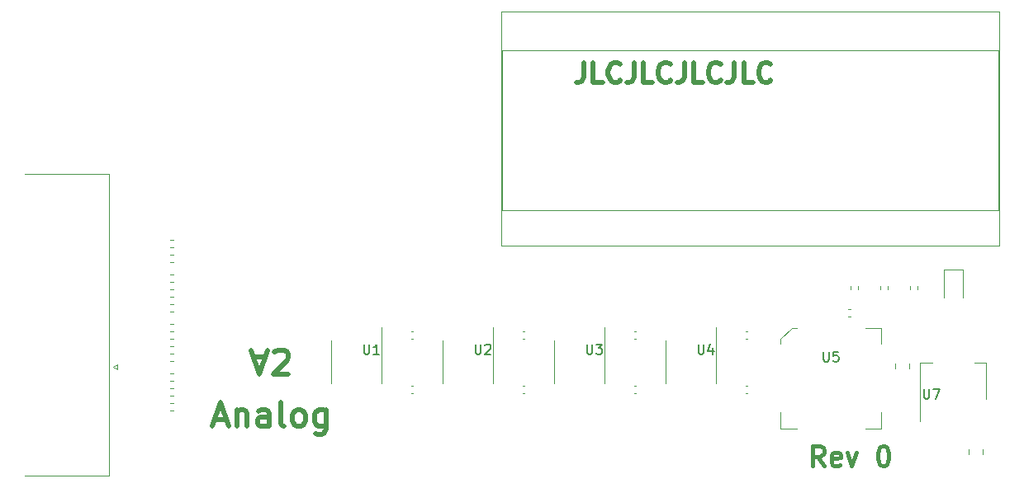
<source format=gto>
%TF.GenerationSoftware,KiCad,Pcbnew,(5.1.10)-1*%
%TF.CreationDate,2022-11-27T19:39:58-05:00*%
%TF.ProjectId,AppleII-Pico,4170706c-6549-4492-9d50-69636f2e6b69,rev?*%
%TF.SameCoordinates,Original*%
%TF.FileFunction,Legend,Top*%
%TF.FilePolarity,Positive*%
%FSLAX46Y46*%
G04 Gerber Fmt 4.6, Leading zero omitted, Abs format (unit mm)*
G04 Created by KiCad (PCBNEW (5.1.10)-1) date 2022-11-27 19:39:58*
%MOMM*%
%LPD*%
G01*
G04 APERTURE LIST*
%ADD10C,0.400000*%
%ADD11C,0.500000*%
%ADD12C,0.120000*%
%ADD13C,0.100000*%
%ADD14C,0.150000*%
G04 APERTURE END LIST*
D10*
X165519314Y-124508961D02*
X164852647Y-123556580D01*
X164376457Y-124508961D02*
X164376457Y-122508961D01*
X165138361Y-122508961D01*
X165328838Y-122604200D01*
X165424076Y-122699438D01*
X165519314Y-122889914D01*
X165519314Y-123175628D01*
X165424076Y-123366104D01*
X165328838Y-123461342D01*
X165138361Y-123556580D01*
X164376457Y-123556580D01*
X167138361Y-124413723D02*
X166947885Y-124508961D01*
X166566933Y-124508961D01*
X166376457Y-124413723D01*
X166281219Y-124223247D01*
X166281219Y-123461342D01*
X166376457Y-123270866D01*
X166566933Y-123175628D01*
X166947885Y-123175628D01*
X167138361Y-123270866D01*
X167233600Y-123461342D01*
X167233600Y-123651819D01*
X166281219Y-123842295D01*
X167900266Y-123175628D02*
X168376457Y-124508961D01*
X168852647Y-123175628D01*
X171519314Y-122508961D02*
X171709790Y-122508961D01*
X171900266Y-122604200D01*
X171995504Y-122699438D01*
X172090742Y-122889914D01*
X172185980Y-123270866D01*
X172185980Y-123747057D01*
X172090742Y-124128009D01*
X171995504Y-124318485D01*
X171900266Y-124413723D01*
X171709790Y-124508961D01*
X171519314Y-124508961D01*
X171328838Y-124413723D01*
X171233600Y-124318485D01*
X171138361Y-124128009D01*
X171043123Y-123747057D01*
X171043123Y-123270866D01*
X171138361Y-122889914D01*
X171233600Y-122699438D01*
X171328838Y-122604200D01*
X171519314Y-122508961D01*
D11*
X103049190Y-119753666D02*
X104239666Y-119753666D01*
X102811095Y-120467952D02*
X103644428Y-117967952D01*
X104477761Y-120467952D01*
X105311095Y-118801285D02*
X105311095Y-120467952D01*
X105311095Y-119039380D02*
X105430142Y-118920333D01*
X105668238Y-118801285D01*
X106025380Y-118801285D01*
X106263476Y-118920333D01*
X106382523Y-119158428D01*
X106382523Y-120467952D01*
X108644428Y-120467952D02*
X108644428Y-119158428D01*
X108525380Y-118920333D01*
X108287285Y-118801285D01*
X107811095Y-118801285D01*
X107573000Y-118920333D01*
X108644428Y-120348904D02*
X108406333Y-120467952D01*
X107811095Y-120467952D01*
X107573000Y-120348904D01*
X107453952Y-120110809D01*
X107453952Y-119872714D01*
X107573000Y-119634619D01*
X107811095Y-119515571D01*
X108406333Y-119515571D01*
X108644428Y-119396523D01*
X110192047Y-120467952D02*
X109953952Y-120348904D01*
X109834904Y-120110809D01*
X109834904Y-117967952D01*
X111501571Y-120467952D02*
X111263476Y-120348904D01*
X111144428Y-120229857D01*
X111025380Y-119991761D01*
X111025380Y-119277476D01*
X111144428Y-119039380D01*
X111263476Y-118920333D01*
X111501571Y-118801285D01*
X111858714Y-118801285D01*
X112096809Y-118920333D01*
X112215857Y-119039380D01*
X112334904Y-119277476D01*
X112334904Y-119991761D01*
X112215857Y-120229857D01*
X112096809Y-120348904D01*
X111858714Y-120467952D01*
X111501571Y-120467952D01*
X114477761Y-118801285D02*
X114477761Y-120825095D01*
X114358714Y-121063190D01*
X114239666Y-121182238D01*
X114001571Y-121301285D01*
X113644428Y-121301285D01*
X113406333Y-121182238D01*
X114477761Y-120348904D02*
X114239666Y-120467952D01*
X113763476Y-120467952D01*
X113525380Y-120348904D01*
X113406333Y-120229857D01*
X113287285Y-119991761D01*
X113287285Y-119277476D01*
X113406333Y-119039380D01*
X113525380Y-118920333D01*
X113763476Y-118801285D01*
X114239666Y-118801285D01*
X114477761Y-118920333D01*
X140923404Y-83126261D02*
X140923404Y-84554833D01*
X140828166Y-84840547D01*
X140637690Y-85031023D01*
X140351976Y-85126261D01*
X140161500Y-85126261D01*
X142828166Y-85126261D02*
X141875785Y-85126261D01*
X141875785Y-83126261D01*
X144637690Y-84935785D02*
X144542452Y-85031023D01*
X144256738Y-85126261D01*
X144066261Y-85126261D01*
X143780547Y-85031023D01*
X143590071Y-84840547D01*
X143494833Y-84650071D01*
X143399595Y-84269119D01*
X143399595Y-83983404D01*
X143494833Y-83602452D01*
X143590071Y-83411976D01*
X143780547Y-83221500D01*
X144066261Y-83126261D01*
X144256738Y-83126261D01*
X144542452Y-83221500D01*
X144637690Y-83316738D01*
X146066261Y-83126261D02*
X146066261Y-84554833D01*
X145971023Y-84840547D01*
X145780547Y-85031023D01*
X145494833Y-85126261D01*
X145304357Y-85126261D01*
X147971023Y-85126261D02*
X147018642Y-85126261D01*
X147018642Y-83126261D01*
X149780547Y-84935785D02*
X149685309Y-85031023D01*
X149399595Y-85126261D01*
X149209119Y-85126261D01*
X148923404Y-85031023D01*
X148732928Y-84840547D01*
X148637690Y-84650071D01*
X148542452Y-84269119D01*
X148542452Y-83983404D01*
X148637690Y-83602452D01*
X148732928Y-83411976D01*
X148923404Y-83221500D01*
X149209119Y-83126261D01*
X149399595Y-83126261D01*
X149685309Y-83221500D01*
X149780547Y-83316738D01*
X151209119Y-83126261D02*
X151209119Y-84554833D01*
X151113880Y-84840547D01*
X150923404Y-85031023D01*
X150637690Y-85126261D01*
X150447214Y-85126261D01*
X153113880Y-85126261D02*
X152161500Y-85126261D01*
X152161500Y-83126261D01*
X154923404Y-84935785D02*
X154828166Y-85031023D01*
X154542452Y-85126261D01*
X154351976Y-85126261D01*
X154066261Y-85031023D01*
X153875785Y-84840547D01*
X153780547Y-84650071D01*
X153685309Y-84269119D01*
X153685309Y-83983404D01*
X153780547Y-83602452D01*
X153875785Y-83411976D01*
X154066261Y-83221500D01*
X154351976Y-83126261D01*
X154542452Y-83126261D01*
X154828166Y-83221500D01*
X154923404Y-83316738D01*
X156351976Y-83126261D02*
X156351976Y-84554833D01*
X156256738Y-84840547D01*
X156066261Y-85031023D01*
X155780547Y-85126261D01*
X155590071Y-85126261D01*
X158256738Y-85126261D02*
X157304357Y-85126261D01*
X157304357Y-83126261D01*
X160066261Y-84935785D02*
X159971023Y-85031023D01*
X159685309Y-85126261D01*
X159494833Y-85126261D01*
X159209119Y-85031023D01*
X159018642Y-84840547D01*
X158923404Y-84650071D01*
X158828166Y-84269119D01*
X158828166Y-83983404D01*
X158923404Y-83602452D01*
X159018642Y-83411976D01*
X159209119Y-83221500D01*
X159494833Y-83126261D01*
X159685309Y-83126261D01*
X159971023Y-83221500D01*
X160066261Y-83316738D01*
X108188000Y-113368000D02*
X107045000Y-113368000D01*
X106799190Y-112633952D02*
X107632523Y-115133952D01*
X108465857Y-112633952D01*
X109180142Y-112872047D02*
X109299190Y-112753000D01*
X109537285Y-112633952D01*
X110132523Y-112633952D01*
X110370619Y-112753000D01*
X110489666Y-112872047D01*
X110608714Y-113110142D01*
X110608714Y-113348238D01*
X110489666Y-113705380D01*
X109061095Y-115133952D01*
X110608714Y-115133952D01*
D12*
%TO.C,U6*%
X132452000Y-77905000D02*
X132452000Y-101950000D01*
X183492000Y-77905000D02*
X132452000Y-77905000D01*
X183492000Y-101950000D02*
X183492000Y-77905000D01*
X132452000Y-101950000D02*
X183492000Y-101950000D01*
X132512000Y-81810000D02*
X132512000Y-98250000D01*
X183432000Y-81810000D02*
X132512000Y-81810000D01*
X183432000Y-98250000D02*
X183432000Y-81810000D01*
X132512000Y-98250000D02*
X183432000Y-98250000D01*
%TO.C,C11*%
X180351000Y-122818248D02*
X180351000Y-123340752D01*
X181821000Y-122818248D02*
X181821000Y-123340752D01*
%TO.C,C10*%
X172794500Y-113995748D02*
X172794500Y-114518252D01*
X174264500Y-113995748D02*
X174264500Y-114518252D01*
%TO.C,U7*%
X175355000Y-119934000D02*
X175355000Y-113924000D01*
X182175000Y-117684000D02*
X182175000Y-113924000D01*
X175355000Y-113924000D02*
X176615000Y-113924000D01*
X182175000Y-113924000D02*
X180915000Y-113924000D01*
D13*
%TO.C,U5*%
X171392000Y-120692000D02*
X171392000Y-119042000D01*
X169742000Y-120692000D02*
X171392000Y-120692000D01*
X161062000Y-120692000D02*
X161062000Y-119042000D01*
X162712000Y-120692000D02*
X161062000Y-120692000D01*
X171392000Y-110362000D02*
X171392000Y-112012000D01*
X169742000Y-110362000D02*
X171392000Y-110362000D01*
X161062000Y-111512000D02*
X161062000Y-112012000D01*
X162212000Y-110362000D02*
X161062000Y-111512000D01*
X162712000Y-110362000D02*
X162212000Y-110362000D01*
D12*
%TO.C,C9*%
X168016165Y-109156000D02*
X168247835Y-109156000D01*
X168016165Y-108436000D02*
X168247835Y-108436000D01*
%TO.C,C8*%
X157475165Y-111442000D02*
X157706835Y-111442000D01*
X157475165Y-110722000D02*
X157706835Y-110722000D01*
%TO.C,C7*%
X157475165Y-117030000D02*
X157706835Y-117030000D01*
X157475165Y-116310000D02*
X157706835Y-116310000D01*
%TO.C,C6*%
X146045165Y-111442000D02*
X146276835Y-111442000D01*
X146045165Y-110722000D02*
X146276835Y-110722000D01*
%TO.C,C5*%
X146045165Y-117030000D02*
X146276835Y-117030000D01*
X146045165Y-116310000D02*
X146276835Y-116310000D01*
%TO.C,C4*%
X134615165Y-111442000D02*
X134846835Y-111442000D01*
X134615165Y-110722000D02*
X134846835Y-110722000D01*
%TO.C,C3*%
X134615165Y-117030000D02*
X134846835Y-117030000D01*
X134615165Y-116310000D02*
X134846835Y-116310000D01*
%TO.C,C2*%
X123185165Y-111442000D02*
X123416835Y-111442000D01*
X123185165Y-110722000D02*
X123416835Y-110722000D01*
%TO.C,C1*%
X123185165Y-117030000D02*
X123416835Y-117030000D01*
X123185165Y-116310000D02*
X123416835Y-116310000D01*
%TO.C,D1*%
X177840000Y-104396000D02*
X177840000Y-107256000D01*
X179760000Y-104396000D02*
X177840000Y-104396000D01*
X179760000Y-107256000D02*
X179760000Y-104396000D01*
%TO.C,J2*%
X92666325Y-114384000D02*
X93099338Y-114134000D01*
X93099338Y-114634000D02*
X92666325Y-114384000D01*
X93099338Y-114134000D02*
X93099338Y-114634000D01*
X92205000Y-125554000D02*
X83605000Y-125554000D01*
X92205000Y-94584000D02*
X92205000Y-125554000D01*
X83605000Y-94584000D02*
X92205000Y-94584000D01*
%TO.C,U4*%
X154486000Y-113876000D02*
X154486000Y-110276000D01*
X154486000Y-113876000D02*
X154486000Y-116076000D01*
X149266000Y-113876000D02*
X149266000Y-111676000D01*
X149266000Y-113876000D02*
X149266000Y-116076000D01*
%TO.C,U3*%
X143056000Y-113876000D02*
X143056000Y-110276000D01*
X143056000Y-113876000D02*
X143056000Y-116076000D01*
X137836000Y-113876000D02*
X137836000Y-111676000D01*
X137836000Y-113876000D02*
X137836000Y-116076000D01*
%TO.C,U1*%
X120196000Y-113876000D02*
X120196000Y-110276000D01*
X120196000Y-113876000D02*
X120196000Y-116076000D01*
X114976000Y-113876000D02*
X114976000Y-111676000D01*
X114976000Y-113876000D02*
X114976000Y-116076000D01*
%TO.C,U2*%
X131626000Y-113876000D02*
X131626000Y-110276000D01*
X131626000Y-113876000D02*
X131626000Y-116076000D01*
X126406000Y-113876000D02*
X126406000Y-111676000D01*
X126406000Y-113876000D02*
X126406000Y-116076000D01*
%TO.C,R14*%
X171308000Y-106088379D02*
X171308000Y-106423621D01*
X172068000Y-106088379D02*
X172068000Y-106423621D01*
%TO.C,R13*%
X174356000Y-106088379D02*
X174356000Y-106423621D01*
X175116000Y-106088379D02*
X175116000Y-106423621D01*
%TO.C,R12*%
X168260000Y-106088379D02*
X168260000Y-106423621D01*
X169020000Y-106088379D02*
X169020000Y-106423621D01*
%TO.C,R11*%
X98830621Y-102828000D02*
X98495379Y-102828000D01*
X98830621Y-103588000D02*
X98495379Y-103588000D01*
%TO.C,R10*%
X98830621Y-101304000D02*
X98495379Y-101304000D01*
X98830621Y-102064000D02*
X98495379Y-102064000D01*
%TO.C,R9*%
X98830621Y-104860000D02*
X98495379Y-104860000D01*
X98830621Y-105620000D02*
X98495379Y-105620000D01*
%TO.C,R8*%
X98830621Y-106384000D02*
X98495379Y-106384000D01*
X98830621Y-107144000D02*
X98495379Y-107144000D01*
%TO.C,R7*%
X98830621Y-107908000D02*
X98495379Y-107908000D01*
X98830621Y-108668000D02*
X98495379Y-108668000D01*
%TO.C,R6*%
X98830621Y-109940000D02*
X98495379Y-109940000D01*
X98830621Y-110700000D02*
X98495379Y-110700000D01*
%TO.C,R5*%
X98830621Y-111464000D02*
X98495379Y-111464000D01*
X98830621Y-112224000D02*
X98495379Y-112224000D01*
%TO.C,R4*%
X98830621Y-112988000D02*
X98495379Y-112988000D01*
X98830621Y-113748000D02*
X98495379Y-113748000D01*
%TO.C,R3*%
X98830621Y-115020000D02*
X98495379Y-115020000D01*
X98830621Y-115780000D02*
X98495379Y-115780000D01*
%TO.C,R2*%
X98830621Y-116544000D02*
X98495379Y-116544000D01*
X98830621Y-117304000D02*
X98495379Y-117304000D01*
%TO.C,R1*%
X98830621Y-118068000D02*
X98495379Y-118068000D01*
X98830621Y-118828000D02*
X98495379Y-118828000D01*
%TO.C,U7*%
D14*
X175752095Y-116630380D02*
X175752095Y-117439904D01*
X175799714Y-117535142D01*
X175847333Y-117582761D01*
X175942571Y-117630380D01*
X176133047Y-117630380D01*
X176228285Y-117582761D01*
X176275904Y-117535142D01*
X176323523Y-117439904D01*
X176323523Y-116630380D01*
X176704476Y-116630380D02*
X177371142Y-116630380D01*
X176942571Y-117630380D01*
%TO.C,U5*%
X165465095Y-112820380D02*
X165465095Y-113629904D01*
X165512714Y-113725142D01*
X165560333Y-113772761D01*
X165655571Y-113820380D01*
X165846047Y-113820380D01*
X165941285Y-113772761D01*
X165988904Y-113725142D01*
X166036523Y-113629904D01*
X166036523Y-112820380D01*
X166988904Y-112820380D02*
X166512714Y-112820380D01*
X166465095Y-113296571D01*
X166512714Y-113248952D01*
X166607952Y-113201333D01*
X166846047Y-113201333D01*
X166941285Y-113248952D01*
X166988904Y-113296571D01*
X167036523Y-113391809D01*
X167036523Y-113629904D01*
X166988904Y-113725142D01*
X166941285Y-113772761D01*
X166846047Y-113820380D01*
X166607952Y-113820380D01*
X166512714Y-113772761D01*
X166465095Y-113725142D01*
%TO.C,U4*%
X152638095Y-112058380D02*
X152638095Y-112867904D01*
X152685714Y-112963142D01*
X152733333Y-113010761D01*
X152828571Y-113058380D01*
X153019047Y-113058380D01*
X153114285Y-113010761D01*
X153161904Y-112963142D01*
X153209523Y-112867904D01*
X153209523Y-112058380D01*
X154114285Y-112391714D02*
X154114285Y-113058380D01*
X153876190Y-112010761D02*
X153638095Y-112725047D01*
X154257142Y-112725047D01*
%TO.C,U3*%
X141208095Y-112058380D02*
X141208095Y-112867904D01*
X141255714Y-112963142D01*
X141303333Y-113010761D01*
X141398571Y-113058380D01*
X141589047Y-113058380D01*
X141684285Y-113010761D01*
X141731904Y-112963142D01*
X141779523Y-112867904D01*
X141779523Y-112058380D01*
X142160476Y-112058380D02*
X142779523Y-112058380D01*
X142446190Y-112439333D01*
X142589047Y-112439333D01*
X142684285Y-112486952D01*
X142731904Y-112534571D01*
X142779523Y-112629809D01*
X142779523Y-112867904D01*
X142731904Y-112963142D01*
X142684285Y-113010761D01*
X142589047Y-113058380D01*
X142303333Y-113058380D01*
X142208095Y-113010761D01*
X142160476Y-112963142D01*
%TO.C,U1*%
X118348095Y-112058380D02*
X118348095Y-112867904D01*
X118395714Y-112963142D01*
X118443333Y-113010761D01*
X118538571Y-113058380D01*
X118729047Y-113058380D01*
X118824285Y-113010761D01*
X118871904Y-112963142D01*
X118919523Y-112867904D01*
X118919523Y-112058380D01*
X119919523Y-113058380D02*
X119348095Y-113058380D01*
X119633809Y-113058380D02*
X119633809Y-112058380D01*
X119538571Y-112201238D01*
X119443333Y-112296476D01*
X119348095Y-112344095D01*
%TO.C,U2*%
X129778095Y-112058380D02*
X129778095Y-112867904D01*
X129825714Y-112963142D01*
X129873333Y-113010761D01*
X129968571Y-113058380D01*
X130159047Y-113058380D01*
X130254285Y-113010761D01*
X130301904Y-112963142D01*
X130349523Y-112867904D01*
X130349523Y-112058380D01*
X130778095Y-112153619D02*
X130825714Y-112106000D01*
X130920952Y-112058380D01*
X131159047Y-112058380D01*
X131254285Y-112106000D01*
X131301904Y-112153619D01*
X131349523Y-112248857D01*
X131349523Y-112344095D01*
X131301904Y-112486952D01*
X130730476Y-113058380D01*
X131349523Y-113058380D01*
%TD*%
M02*

</source>
